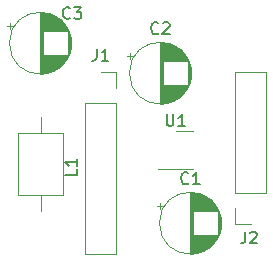
<source format=gbr>
%TF.GenerationSoftware,KiCad,Pcbnew,(5.1.10)-1*%
%TF.CreationDate,2021-09-09T15:03:09-05:00*%
%TF.ProjectId,BoostRegulatorBreakoutPCB,426f6f73-7452-4656-9775-6c61746f7242,00*%
%TF.SameCoordinates,Original*%
%TF.FileFunction,Legend,Top*%
%TF.FilePolarity,Positive*%
%FSLAX46Y46*%
G04 Gerber Fmt 4.6, Leading zero omitted, Abs format (unit mm)*
G04 Created by KiCad (PCBNEW (5.1.10)-1) date 2021-09-09 15:03:09*
%MOMM*%
%LPD*%
G01*
G04 APERTURE LIST*
%ADD10C,0.120000*%
%ADD11C,0.150000*%
G04 APERTURE END LIST*
D10*
%TO.C,U1*%
X144780000Y-117897000D02*
X146280000Y-117897000D01*
X143280000Y-121117000D02*
X146280000Y-121117000D01*
%TO.C,L1*%
X133350000Y-116730000D02*
X133350000Y-118110000D01*
X133350000Y-124730000D02*
X133350000Y-123350000D01*
X131430000Y-118110000D02*
X131430000Y-123350000D01*
X135270000Y-118110000D02*
X131430000Y-118110000D01*
X135270000Y-123350000D02*
X135270000Y-118110000D01*
X131430000Y-123350000D02*
X135270000Y-123350000D01*
%TO.C,C3*%
X130775225Y-108765000D02*
X130775225Y-109265000D01*
X130525225Y-109015000D02*
X131025225Y-109015000D01*
X135931000Y-110206000D02*
X135931000Y-110774000D01*
X135891000Y-109972000D02*
X135891000Y-111008000D01*
X135851000Y-109813000D02*
X135851000Y-111167000D01*
X135811000Y-109685000D02*
X135811000Y-111295000D01*
X135771000Y-109575000D02*
X135771000Y-111405000D01*
X135731000Y-109479000D02*
X135731000Y-111501000D01*
X135691000Y-109392000D02*
X135691000Y-111588000D01*
X135651000Y-109312000D02*
X135651000Y-111668000D01*
X135611000Y-111530000D02*
X135611000Y-111741000D01*
X135611000Y-109239000D02*
X135611000Y-109450000D01*
X135571000Y-111530000D02*
X135571000Y-111809000D01*
X135571000Y-109171000D02*
X135571000Y-109450000D01*
X135531000Y-111530000D02*
X135531000Y-111873000D01*
X135531000Y-109107000D02*
X135531000Y-109450000D01*
X135491000Y-111530000D02*
X135491000Y-111933000D01*
X135491000Y-109047000D02*
X135491000Y-109450000D01*
X135451000Y-111530000D02*
X135451000Y-111990000D01*
X135451000Y-108990000D02*
X135451000Y-109450000D01*
X135411000Y-111530000D02*
X135411000Y-112044000D01*
X135411000Y-108936000D02*
X135411000Y-109450000D01*
X135371000Y-111530000D02*
X135371000Y-112095000D01*
X135371000Y-108885000D02*
X135371000Y-109450000D01*
X135331000Y-111530000D02*
X135331000Y-112143000D01*
X135331000Y-108837000D02*
X135331000Y-109450000D01*
X135291000Y-111530000D02*
X135291000Y-112189000D01*
X135291000Y-108791000D02*
X135291000Y-109450000D01*
X135251000Y-111530000D02*
X135251000Y-112233000D01*
X135251000Y-108747000D02*
X135251000Y-109450000D01*
X135211000Y-111530000D02*
X135211000Y-112275000D01*
X135211000Y-108705000D02*
X135211000Y-109450000D01*
X135171000Y-111530000D02*
X135171000Y-112316000D01*
X135171000Y-108664000D02*
X135171000Y-109450000D01*
X135131000Y-111530000D02*
X135131000Y-112354000D01*
X135131000Y-108626000D02*
X135131000Y-109450000D01*
X135091000Y-111530000D02*
X135091000Y-112391000D01*
X135091000Y-108589000D02*
X135091000Y-109450000D01*
X135051000Y-111530000D02*
X135051000Y-112427000D01*
X135051000Y-108553000D02*
X135051000Y-109450000D01*
X135011000Y-111530000D02*
X135011000Y-112461000D01*
X135011000Y-108519000D02*
X135011000Y-109450000D01*
X134971000Y-111530000D02*
X134971000Y-112494000D01*
X134971000Y-108486000D02*
X134971000Y-109450000D01*
X134931000Y-111530000D02*
X134931000Y-112525000D01*
X134931000Y-108455000D02*
X134931000Y-109450000D01*
X134891000Y-111530000D02*
X134891000Y-112555000D01*
X134891000Y-108425000D02*
X134891000Y-109450000D01*
X134851000Y-111530000D02*
X134851000Y-112585000D01*
X134851000Y-108395000D02*
X134851000Y-109450000D01*
X134811000Y-111530000D02*
X134811000Y-112612000D01*
X134811000Y-108368000D02*
X134811000Y-109450000D01*
X134771000Y-111530000D02*
X134771000Y-112639000D01*
X134771000Y-108341000D02*
X134771000Y-109450000D01*
X134731000Y-111530000D02*
X134731000Y-112665000D01*
X134731000Y-108315000D02*
X134731000Y-109450000D01*
X134691000Y-111530000D02*
X134691000Y-112690000D01*
X134691000Y-108290000D02*
X134691000Y-109450000D01*
X134651000Y-111530000D02*
X134651000Y-112714000D01*
X134651000Y-108266000D02*
X134651000Y-109450000D01*
X134611000Y-111530000D02*
X134611000Y-112737000D01*
X134611000Y-108243000D02*
X134611000Y-109450000D01*
X134571000Y-111530000D02*
X134571000Y-112758000D01*
X134571000Y-108222000D02*
X134571000Y-109450000D01*
X134531000Y-111530000D02*
X134531000Y-112780000D01*
X134531000Y-108200000D02*
X134531000Y-109450000D01*
X134491000Y-111530000D02*
X134491000Y-112800000D01*
X134491000Y-108180000D02*
X134491000Y-109450000D01*
X134451000Y-111530000D02*
X134451000Y-112819000D01*
X134451000Y-108161000D02*
X134451000Y-109450000D01*
X134411000Y-111530000D02*
X134411000Y-112838000D01*
X134411000Y-108142000D02*
X134411000Y-109450000D01*
X134371000Y-111530000D02*
X134371000Y-112855000D01*
X134371000Y-108125000D02*
X134371000Y-109450000D01*
X134331000Y-111530000D02*
X134331000Y-112872000D01*
X134331000Y-108108000D02*
X134331000Y-109450000D01*
X134291000Y-111530000D02*
X134291000Y-112888000D01*
X134291000Y-108092000D02*
X134291000Y-109450000D01*
X134251000Y-111530000D02*
X134251000Y-112904000D01*
X134251000Y-108076000D02*
X134251000Y-109450000D01*
X134211000Y-111530000D02*
X134211000Y-112918000D01*
X134211000Y-108062000D02*
X134211000Y-109450000D01*
X134171000Y-111530000D02*
X134171000Y-112932000D01*
X134171000Y-108048000D02*
X134171000Y-109450000D01*
X134131000Y-111530000D02*
X134131000Y-112945000D01*
X134131000Y-108035000D02*
X134131000Y-109450000D01*
X134091000Y-111530000D02*
X134091000Y-112958000D01*
X134091000Y-108022000D02*
X134091000Y-109450000D01*
X134051000Y-111530000D02*
X134051000Y-112970000D01*
X134051000Y-108010000D02*
X134051000Y-109450000D01*
X134010000Y-111530000D02*
X134010000Y-112981000D01*
X134010000Y-107999000D02*
X134010000Y-109450000D01*
X133970000Y-111530000D02*
X133970000Y-112991000D01*
X133970000Y-107989000D02*
X133970000Y-109450000D01*
X133930000Y-111530000D02*
X133930000Y-113001000D01*
X133930000Y-107979000D02*
X133930000Y-109450000D01*
X133890000Y-111530000D02*
X133890000Y-113010000D01*
X133890000Y-107970000D02*
X133890000Y-109450000D01*
X133850000Y-111530000D02*
X133850000Y-113018000D01*
X133850000Y-107962000D02*
X133850000Y-109450000D01*
X133810000Y-111530000D02*
X133810000Y-113026000D01*
X133810000Y-107954000D02*
X133810000Y-109450000D01*
X133770000Y-111530000D02*
X133770000Y-113033000D01*
X133770000Y-107947000D02*
X133770000Y-109450000D01*
X133730000Y-111530000D02*
X133730000Y-113040000D01*
X133730000Y-107940000D02*
X133730000Y-109450000D01*
X133690000Y-111530000D02*
X133690000Y-113046000D01*
X133690000Y-107934000D02*
X133690000Y-109450000D01*
X133650000Y-111530000D02*
X133650000Y-113051000D01*
X133650000Y-107929000D02*
X133650000Y-109450000D01*
X133610000Y-111530000D02*
X133610000Y-113055000D01*
X133610000Y-107925000D02*
X133610000Y-109450000D01*
X133570000Y-111530000D02*
X133570000Y-113059000D01*
X133570000Y-107921000D02*
X133570000Y-109450000D01*
X133530000Y-107917000D02*
X133530000Y-113063000D01*
X133490000Y-107914000D02*
X133490000Y-113066000D01*
X133450000Y-107912000D02*
X133450000Y-113068000D01*
X133410000Y-107911000D02*
X133410000Y-113069000D01*
X133370000Y-107910000D02*
X133370000Y-113070000D01*
X133330000Y-107910000D02*
X133330000Y-113070000D01*
X135950000Y-110490000D02*
G75*
G03*
X135950000Y-110490000I-2620000J0D01*
G01*
%TO.C,C2*%
X140935225Y-111305000D02*
X140935225Y-111805000D01*
X140685225Y-111555000D02*
X141185225Y-111555000D01*
X146091000Y-112746000D02*
X146091000Y-113314000D01*
X146051000Y-112512000D02*
X146051000Y-113548000D01*
X146011000Y-112353000D02*
X146011000Y-113707000D01*
X145971000Y-112225000D02*
X145971000Y-113835000D01*
X145931000Y-112115000D02*
X145931000Y-113945000D01*
X145891000Y-112019000D02*
X145891000Y-114041000D01*
X145851000Y-111932000D02*
X145851000Y-114128000D01*
X145811000Y-111852000D02*
X145811000Y-114208000D01*
X145771000Y-114070000D02*
X145771000Y-114281000D01*
X145771000Y-111779000D02*
X145771000Y-111990000D01*
X145731000Y-114070000D02*
X145731000Y-114349000D01*
X145731000Y-111711000D02*
X145731000Y-111990000D01*
X145691000Y-114070000D02*
X145691000Y-114413000D01*
X145691000Y-111647000D02*
X145691000Y-111990000D01*
X145651000Y-114070000D02*
X145651000Y-114473000D01*
X145651000Y-111587000D02*
X145651000Y-111990000D01*
X145611000Y-114070000D02*
X145611000Y-114530000D01*
X145611000Y-111530000D02*
X145611000Y-111990000D01*
X145571000Y-114070000D02*
X145571000Y-114584000D01*
X145571000Y-111476000D02*
X145571000Y-111990000D01*
X145531000Y-114070000D02*
X145531000Y-114635000D01*
X145531000Y-111425000D02*
X145531000Y-111990000D01*
X145491000Y-114070000D02*
X145491000Y-114683000D01*
X145491000Y-111377000D02*
X145491000Y-111990000D01*
X145451000Y-114070000D02*
X145451000Y-114729000D01*
X145451000Y-111331000D02*
X145451000Y-111990000D01*
X145411000Y-114070000D02*
X145411000Y-114773000D01*
X145411000Y-111287000D02*
X145411000Y-111990000D01*
X145371000Y-114070000D02*
X145371000Y-114815000D01*
X145371000Y-111245000D02*
X145371000Y-111990000D01*
X145331000Y-114070000D02*
X145331000Y-114856000D01*
X145331000Y-111204000D02*
X145331000Y-111990000D01*
X145291000Y-114070000D02*
X145291000Y-114894000D01*
X145291000Y-111166000D02*
X145291000Y-111990000D01*
X145251000Y-114070000D02*
X145251000Y-114931000D01*
X145251000Y-111129000D02*
X145251000Y-111990000D01*
X145211000Y-114070000D02*
X145211000Y-114967000D01*
X145211000Y-111093000D02*
X145211000Y-111990000D01*
X145171000Y-114070000D02*
X145171000Y-115001000D01*
X145171000Y-111059000D02*
X145171000Y-111990000D01*
X145131000Y-114070000D02*
X145131000Y-115034000D01*
X145131000Y-111026000D02*
X145131000Y-111990000D01*
X145091000Y-114070000D02*
X145091000Y-115065000D01*
X145091000Y-110995000D02*
X145091000Y-111990000D01*
X145051000Y-114070000D02*
X145051000Y-115095000D01*
X145051000Y-110965000D02*
X145051000Y-111990000D01*
X145011000Y-114070000D02*
X145011000Y-115125000D01*
X145011000Y-110935000D02*
X145011000Y-111990000D01*
X144971000Y-114070000D02*
X144971000Y-115152000D01*
X144971000Y-110908000D02*
X144971000Y-111990000D01*
X144931000Y-114070000D02*
X144931000Y-115179000D01*
X144931000Y-110881000D02*
X144931000Y-111990000D01*
X144891000Y-114070000D02*
X144891000Y-115205000D01*
X144891000Y-110855000D02*
X144891000Y-111990000D01*
X144851000Y-114070000D02*
X144851000Y-115230000D01*
X144851000Y-110830000D02*
X144851000Y-111990000D01*
X144811000Y-114070000D02*
X144811000Y-115254000D01*
X144811000Y-110806000D02*
X144811000Y-111990000D01*
X144771000Y-114070000D02*
X144771000Y-115277000D01*
X144771000Y-110783000D02*
X144771000Y-111990000D01*
X144731000Y-114070000D02*
X144731000Y-115298000D01*
X144731000Y-110762000D02*
X144731000Y-111990000D01*
X144691000Y-114070000D02*
X144691000Y-115320000D01*
X144691000Y-110740000D02*
X144691000Y-111990000D01*
X144651000Y-114070000D02*
X144651000Y-115340000D01*
X144651000Y-110720000D02*
X144651000Y-111990000D01*
X144611000Y-114070000D02*
X144611000Y-115359000D01*
X144611000Y-110701000D02*
X144611000Y-111990000D01*
X144571000Y-114070000D02*
X144571000Y-115378000D01*
X144571000Y-110682000D02*
X144571000Y-111990000D01*
X144531000Y-114070000D02*
X144531000Y-115395000D01*
X144531000Y-110665000D02*
X144531000Y-111990000D01*
X144491000Y-114070000D02*
X144491000Y-115412000D01*
X144491000Y-110648000D02*
X144491000Y-111990000D01*
X144451000Y-114070000D02*
X144451000Y-115428000D01*
X144451000Y-110632000D02*
X144451000Y-111990000D01*
X144411000Y-114070000D02*
X144411000Y-115444000D01*
X144411000Y-110616000D02*
X144411000Y-111990000D01*
X144371000Y-114070000D02*
X144371000Y-115458000D01*
X144371000Y-110602000D02*
X144371000Y-111990000D01*
X144331000Y-114070000D02*
X144331000Y-115472000D01*
X144331000Y-110588000D02*
X144331000Y-111990000D01*
X144291000Y-114070000D02*
X144291000Y-115485000D01*
X144291000Y-110575000D02*
X144291000Y-111990000D01*
X144251000Y-114070000D02*
X144251000Y-115498000D01*
X144251000Y-110562000D02*
X144251000Y-111990000D01*
X144211000Y-114070000D02*
X144211000Y-115510000D01*
X144211000Y-110550000D02*
X144211000Y-111990000D01*
X144170000Y-114070000D02*
X144170000Y-115521000D01*
X144170000Y-110539000D02*
X144170000Y-111990000D01*
X144130000Y-114070000D02*
X144130000Y-115531000D01*
X144130000Y-110529000D02*
X144130000Y-111990000D01*
X144090000Y-114070000D02*
X144090000Y-115541000D01*
X144090000Y-110519000D02*
X144090000Y-111990000D01*
X144050000Y-114070000D02*
X144050000Y-115550000D01*
X144050000Y-110510000D02*
X144050000Y-111990000D01*
X144010000Y-114070000D02*
X144010000Y-115558000D01*
X144010000Y-110502000D02*
X144010000Y-111990000D01*
X143970000Y-114070000D02*
X143970000Y-115566000D01*
X143970000Y-110494000D02*
X143970000Y-111990000D01*
X143930000Y-114070000D02*
X143930000Y-115573000D01*
X143930000Y-110487000D02*
X143930000Y-111990000D01*
X143890000Y-114070000D02*
X143890000Y-115580000D01*
X143890000Y-110480000D02*
X143890000Y-111990000D01*
X143850000Y-114070000D02*
X143850000Y-115586000D01*
X143850000Y-110474000D02*
X143850000Y-111990000D01*
X143810000Y-114070000D02*
X143810000Y-115591000D01*
X143810000Y-110469000D02*
X143810000Y-111990000D01*
X143770000Y-114070000D02*
X143770000Y-115595000D01*
X143770000Y-110465000D02*
X143770000Y-111990000D01*
X143730000Y-114070000D02*
X143730000Y-115599000D01*
X143730000Y-110461000D02*
X143730000Y-111990000D01*
X143690000Y-110457000D02*
X143690000Y-115603000D01*
X143650000Y-110454000D02*
X143650000Y-115606000D01*
X143610000Y-110452000D02*
X143610000Y-115608000D01*
X143570000Y-110451000D02*
X143570000Y-115609000D01*
X143530000Y-110450000D02*
X143530000Y-115610000D01*
X143490000Y-110450000D02*
X143490000Y-115610000D01*
X146110000Y-113030000D02*
G75*
G03*
X146110000Y-113030000I-2620000J0D01*
G01*
%TO.C,C1*%
X143475225Y-124005000D02*
X143475225Y-124505000D01*
X143225225Y-124255000D02*
X143725225Y-124255000D01*
X148631000Y-125446000D02*
X148631000Y-126014000D01*
X148591000Y-125212000D02*
X148591000Y-126248000D01*
X148551000Y-125053000D02*
X148551000Y-126407000D01*
X148511000Y-124925000D02*
X148511000Y-126535000D01*
X148471000Y-124815000D02*
X148471000Y-126645000D01*
X148431000Y-124719000D02*
X148431000Y-126741000D01*
X148391000Y-124632000D02*
X148391000Y-126828000D01*
X148351000Y-124552000D02*
X148351000Y-126908000D01*
X148311000Y-126770000D02*
X148311000Y-126981000D01*
X148311000Y-124479000D02*
X148311000Y-124690000D01*
X148271000Y-126770000D02*
X148271000Y-127049000D01*
X148271000Y-124411000D02*
X148271000Y-124690000D01*
X148231000Y-126770000D02*
X148231000Y-127113000D01*
X148231000Y-124347000D02*
X148231000Y-124690000D01*
X148191000Y-126770000D02*
X148191000Y-127173000D01*
X148191000Y-124287000D02*
X148191000Y-124690000D01*
X148151000Y-126770000D02*
X148151000Y-127230000D01*
X148151000Y-124230000D02*
X148151000Y-124690000D01*
X148111000Y-126770000D02*
X148111000Y-127284000D01*
X148111000Y-124176000D02*
X148111000Y-124690000D01*
X148071000Y-126770000D02*
X148071000Y-127335000D01*
X148071000Y-124125000D02*
X148071000Y-124690000D01*
X148031000Y-126770000D02*
X148031000Y-127383000D01*
X148031000Y-124077000D02*
X148031000Y-124690000D01*
X147991000Y-126770000D02*
X147991000Y-127429000D01*
X147991000Y-124031000D02*
X147991000Y-124690000D01*
X147951000Y-126770000D02*
X147951000Y-127473000D01*
X147951000Y-123987000D02*
X147951000Y-124690000D01*
X147911000Y-126770000D02*
X147911000Y-127515000D01*
X147911000Y-123945000D02*
X147911000Y-124690000D01*
X147871000Y-126770000D02*
X147871000Y-127556000D01*
X147871000Y-123904000D02*
X147871000Y-124690000D01*
X147831000Y-126770000D02*
X147831000Y-127594000D01*
X147831000Y-123866000D02*
X147831000Y-124690000D01*
X147791000Y-126770000D02*
X147791000Y-127631000D01*
X147791000Y-123829000D02*
X147791000Y-124690000D01*
X147751000Y-126770000D02*
X147751000Y-127667000D01*
X147751000Y-123793000D02*
X147751000Y-124690000D01*
X147711000Y-126770000D02*
X147711000Y-127701000D01*
X147711000Y-123759000D02*
X147711000Y-124690000D01*
X147671000Y-126770000D02*
X147671000Y-127734000D01*
X147671000Y-123726000D02*
X147671000Y-124690000D01*
X147631000Y-126770000D02*
X147631000Y-127765000D01*
X147631000Y-123695000D02*
X147631000Y-124690000D01*
X147591000Y-126770000D02*
X147591000Y-127795000D01*
X147591000Y-123665000D02*
X147591000Y-124690000D01*
X147551000Y-126770000D02*
X147551000Y-127825000D01*
X147551000Y-123635000D02*
X147551000Y-124690000D01*
X147511000Y-126770000D02*
X147511000Y-127852000D01*
X147511000Y-123608000D02*
X147511000Y-124690000D01*
X147471000Y-126770000D02*
X147471000Y-127879000D01*
X147471000Y-123581000D02*
X147471000Y-124690000D01*
X147431000Y-126770000D02*
X147431000Y-127905000D01*
X147431000Y-123555000D02*
X147431000Y-124690000D01*
X147391000Y-126770000D02*
X147391000Y-127930000D01*
X147391000Y-123530000D02*
X147391000Y-124690000D01*
X147351000Y-126770000D02*
X147351000Y-127954000D01*
X147351000Y-123506000D02*
X147351000Y-124690000D01*
X147311000Y-126770000D02*
X147311000Y-127977000D01*
X147311000Y-123483000D02*
X147311000Y-124690000D01*
X147271000Y-126770000D02*
X147271000Y-127998000D01*
X147271000Y-123462000D02*
X147271000Y-124690000D01*
X147231000Y-126770000D02*
X147231000Y-128020000D01*
X147231000Y-123440000D02*
X147231000Y-124690000D01*
X147191000Y-126770000D02*
X147191000Y-128040000D01*
X147191000Y-123420000D02*
X147191000Y-124690000D01*
X147151000Y-126770000D02*
X147151000Y-128059000D01*
X147151000Y-123401000D02*
X147151000Y-124690000D01*
X147111000Y-126770000D02*
X147111000Y-128078000D01*
X147111000Y-123382000D02*
X147111000Y-124690000D01*
X147071000Y-126770000D02*
X147071000Y-128095000D01*
X147071000Y-123365000D02*
X147071000Y-124690000D01*
X147031000Y-126770000D02*
X147031000Y-128112000D01*
X147031000Y-123348000D02*
X147031000Y-124690000D01*
X146991000Y-126770000D02*
X146991000Y-128128000D01*
X146991000Y-123332000D02*
X146991000Y-124690000D01*
X146951000Y-126770000D02*
X146951000Y-128144000D01*
X146951000Y-123316000D02*
X146951000Y-124690000D01*
X146911000Y-126770000D02*
X146911000Y-128158000D01*
X146911000Y-123302000D02*
X146911000Y-124690000D01*
X146871000Y-126770000D02*
X146871000Y-128172000D01*
X146871000Y-123288000D02*
X146871000Y-124690000D01*
X146831000Y-126770000D02*
X146831000Y-128185000D01*
X146831000Y-123275000D02*
X146831000Y-124690000D01*
X146791000Y-126770000D02*
X146791000Y-128198000D01*
X146791000Y-123262000D02*
X146791000Y-124690000D01*
X146751000Y-126770000D02*
X146751000Y-128210000D01*
X146751000Y-123250000D02*
X146751000Y-124690000D01*
X146710000Y-126770000D02*
X146710000Y-128221000D01*
X146710000Y-123239000D02*
X146710000Y-124690000D01*
X146670000Y-126770000D02*
X146670000Y-128231000D01*
X146670000Y-123229000D02*
X146670000Y-124690000D01*
X146630000Y-126770000D02*
X146630000Y-128241000D01*
X146630000Y-123219000D02*
X146630000Y-124690000D01*
X146590000Y-126770000D02*
X146590000Y-128250000D01*
X146590000Y-123210000D02*
X146590000Y-124690000D01*
X146550000Y-126770000D02*
X146550000Y-128258000D01*
X146550000Y-123202000D02*
X146550000Y-124690000D01*
X146510000Y-126770000D02*
X146510000Y-128266000D01*
X146510000Y-123194000D02*
X146510000Y-124690000D01*
X146470000Y-126770000D02*
X146470000Y-128273000D01*
X146470000Y-123187000D02*
X146470000Y-124690000D01*
X146430000Y-126770000D02*
X146430000Y-128280000D01*
X146430000Y-123180000D02*
X146430000Y-124690000D01*
X146390000Y-126770000D02*
X146390000Y-128286000D01*
X146390000Y-123174000D02*
X146390000Y-124690000D01*
X146350000Y-126770000D02*
X146350000Y-128291000D01*
X146350000Y-123169000D02*
X146350000Y-124690000D01*
X146310000Y-126770000D02*
X146310000Y-128295000D01*
X146310000Y-123165000D02*
X146310000Y-124690000D01*
X146270000Y-126770000D02*
X146270000Y-128299000D01*
X146270000Y-123161000D02*
X146270000Y-124690000D01*
X146230000Y-123157000D02*
X146230000Y-128303000D01*
X146190000Y-123154000D02*
X146190000Y-128306000D01*
X146150000Y-123152000D02*
X146150000Y-128308000D01*
X146110000Y-123151000D02*
X146110000Y-128309000D01*
X146070000Y-123150000D02*
X146070000Y-128310000D01*
X146030000Y-123150000D02*
X146030000Y-128310000D01*
X148650000Y-125730000D02*
G75*
G03*
X148650000Y-125730000I-2620000J0D01*
G01*
%TO.C,J1*%
X137100000Y-115570000D02*
X139760000Y-115570000D01*
X137100000Y-115570000D02*
X137100000Y-128330000D01*
X137100000Y-128330000D02*
X139760000Y-128330000D01*
X139760000Y-115570000D02*
X139760000Y-128330000D01*
X139760000Y-112970000D02*
X139760000Y-114300000D01*
X138430000Y-112970000D02*
X139760000Y-112970000D01*
%TO.C,J2*%
X152460000Y-123190000D02*
X149800000Y-123190000D01*
X152460000Y-123190000D02*
X152460000Y-112970000D01*
X152460000Y-112970000D02*
X149800000Y-112970000D01*
X149800000Y-123190000D02*
X149800000Y-112970000D01*
X149800000Y-125790000D02*
X149800000Y-124460000D01*
X151130000Y-125790000D02*
X149800000Y-125790000D01*
%TO.C,U1*%
D11*
X144018095Y-116509380D02*
X144018095Y-117318904D01*
X144065714Y-117414142D01*
X144113333Y-117461761D01*
X144208571Y-117509380D01*
X144399047Y-117509380D01*
X144494285Y-117461761D01*
X144541904Y-117414142D01*
X144589523Y-117318904D01*
X144589523Y-116509380D01*
X145589523Y-117509380D02*
X145018095Y-117509380D01*
X145303809Y-117509380D02*
X145303809Y-116509380D01*
X145208571Y-116652238D01*
X145113333Y-116747476D01*
X145018095Y-116795095D01*
%TO.C,L1*%
X136452380Y-121166666D02*
X136452380Y-121642857D01*
X135452380Y-121642857D01*
X136452380Y-120309523D02*
X136452380Y-120880952D01*
X136452380Y-120595238D02*
X135452380Y-120595238D01*
X135595238Y-120690476D01*
X135690476Y-120785714D01*
X135738095Y-120880952D01*
%TO.C,C3*%
X135833333Y-108357142D02*
X135785714Y-108404761D01*
X135642857Y-108452380D01*
X135547619Y-108452380D01*
X135404761Y-108404761D01*
X135309523Y-108309523D01*
X135261904Y-108214285D01*
X135214285Y-108023809D01*
X135214285Y-107880952D01*
X135261904Y-107690476D01*
X135309523Y-107595238D01*
X135404761Y-107500000D01*
X135547619Y-107452380D01*
X135642857Y-107452380D01*
X135785714Y-107500000D01*
X135833333Y-107547619D01*
X136166666Y-107452380D02*
X136785714Y-107452380D01*
X136452380Y-107833333D01*
X136595238Y-107833333D01*
X136690476Y-107880952D01*
X136738095Y-107928571D01*
X136785714Y-108023809D01*
X136785714Y-108261904D01*
X136738095Y-108357142D01*
X136690476Y-108404761D01*
X136595238Y-108452380D01*
X136309523Y-108452380D01*
X136214285Y-108404761D01*
X136166666Y-108357142D01*
%TO.C,C2*%
X143323333Y-109637142D02*
X143275714Y-109684761D01*
X143132857Y-109732380D01*
X143037619Y-109732380D01*
X142894761Y-109684761D01*
X142799523Y-109589523D01*
X142751904Y-109494285D01*
X142704285Y-109303809D01*
X142704285Y-109160952D01*
X142751904Y-108970476D01*
X142799523Y-108875238D01*
X142894761Y-108780000D01*
X143037619Y-108732380D01*
X143132857Y-108732380D01*
X143275714Y-108780000D01*
X143323333Y-108827619D01*
X143704285Y-108827619D02*
X143751904Y-108780000D01*
X143847142Y-108732380D01*
X144085238Y-108732380D01*
X144180476Y-108780000D01*
X144228095Y-108827619D01*
X144275714Y-108922857D01*
X144275714Y-109018095D01*
X144228095Y-109160952D01*
X143656666Y-109732380D01*
X144275714Y-109732380D01*
%TO.C,C1*%
X145863333Y-122337142D02*
X145815714Y-122384761D01*
X145672857Y-122432380D01*
X145577619Y-122432380D01*
X145434761Y-122384761D01*
X145339523Y-122289523D01*
X145291904Y-122194285D01*
X145244285Y-122003809D01*
X145244285Y-121860952D01*
X145291904Y-121670476D01*
X145339523Y-121575238D01*
X145434761Y-121480000D01*
X145577619Y-121432380D01*
X145672857Y-121432380D01*
X145815714Y-121480000D01*
X145863333Y-121527619D01*
X146815714Y-122432380D02*
X146244285Y-122432380D01*
X146530000Y-122432380D02*
X146530000Y-121432380D01*
X146434761Y-121575238D01*
X146339523Y-121670476D01*
X146244285Y-121718095D01*
%TO.C,J1*%
X138096666Y-110982380D02*
X138096666Y-111696666D01*
X138049047Y-111839523D01*
X137953809Y-111934761D01*
X137810952Y-111982380D01*
X137715714Y-111982380D01*
X139096666Y-111982380D02*
X138525238Y-111982380D01*
X138810952Y-111982380D02*
X138810952Y-110982380D01*
X138715714Y-111125238D01*
X138620476Y-111220476D01*
X138525238Y-111268095D01*
%TO.C,J2*%
X150666666Y-126452380D02*
X150666666Y-127166666D01*
X150619047Y-127309523D01*
X150523809Y-127404761D01*
X150380952Y-127452380D01*
X150285714Y-127452380D01*
X151095238Y-126547619D02*
X151142857Y-126500000D01*
X151238095Y-126452380D01*
X151476190Y-126452380D01*
X151571428Y-126500000D01*
X151619047Y-126547619D01*
X151666666Y-126642857D01*
X151666666Y-126738095D01*
X151619047Y-126880952D01*
X151047619Y-127452380D01*
X151666666Y-127452380D01*
%TD*%
M02*

</source>
